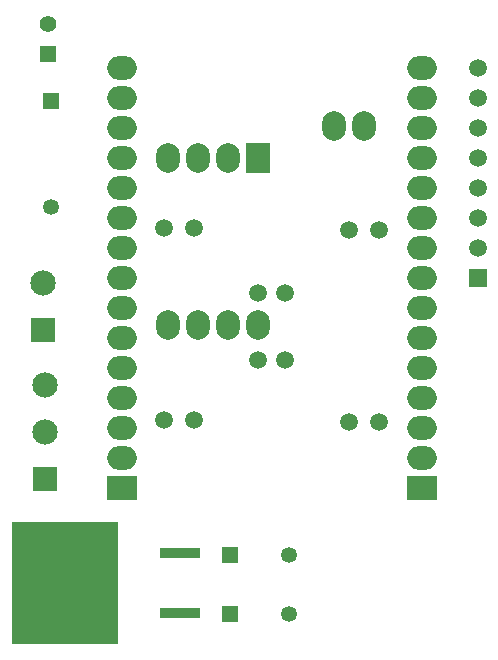
<source format=gbr>
G04*
G04 #@! TF.GenerationSoftware,Altium Limited,Altium Designer,25.4.2 (15)*
G04*
G04 Layer_Color=255*
%FSLAX44Y44*%
%MOMM*%
G71*
G04*
G04 #@! TF.SameCoordinates,0EA34F5E-7CD8-41F1-BF26-68A60DD3863B*
G04*
G04*
G04 #@! TF.FilePolarity,Positive*
G04*
G01*
G75*
%ADD14R,9.0000X10.3500*%
%ADD15R,3.5000X0.9500*%
%ADD33C,1.3500*%
%ADD34R,1.3500X1.3500*%
%ADD35R,2.5000X2.0000*%
%ADD36O,2.5000X2.0000*%
%ADD37R,2.0000X2.5000*%
%ADD38O,2.0000X2.5000*%
%ADD39C,1.5000*%
%ADD40R,1.5000X1.5000*%
%ADD41C,2.1500*%
%ADD42R,2.1500X2.1500*%
%ADD43C,1.4000*%
%ADD44R,1.4000X1.4000*%
%ADD45R,1.3500X1.3500*%
D14*
X58000Y56250D02*
D03*
D15*
X155500Y81650D02*
D03*
Y30850D02*
D03*
D33*
X247750Y30500D02*
D03*
Y79750D02*
D03*
X46250Y374750D02*
D03*
D34*
X197750Y30500D02*
D03*
Y79750D02*
D03*
D35*
X106500Y136700D02*
D03*
X360500D02*
D03*
D36*
X106500Y162100D02*
D03*
Y187500D02*
D03*
Y238300D02*
D03*
Y263700D02*
D03*
Y289100D02*
D03*
Y314500D02*
D03*
Y339900D02*
D03*
Y365300D02*
D03*
Y390700D02*
D03*
Y416100D02*
D03*
Y441500D02*
D03*
Y466900D02*
D03*
Y492300D02*
D03*
Y212900D02*
D03*
X360500Y162100D02*
D03*
Y187500D02*
D03*
Y212900D02*
D03*
Y238300D02*
D03*
Y263700D02*
D03*
Y289100D02*
D03*
Y314500D02*
D03*
Y339900D02*
D03*
Y365300D02*
D03*
Y390700D02*
D03*
Y416100D02*
D03*
Y441500D02*
D03*
Y466900D02*
D03*
Y492300D02*
D03*
D37*
X221250Y416100D02*
D03*
D38*
X195850D02*
D03*
X170450D02*
D03*
X145050D02*
D03*
X221250Y274600D02*
D03*
X195850D02*
D03*
X170450D02*
D03*
X145050D02*
D03*
X310850Y443400D02*
D03*
X285450D02*
D03*
D39*
X221250Y302000D02*
D03*
Y245000D02*
D03*
X407500Y339900D02*
D03*
Y365300D02*
D03*
Y390700D02*
D03*
Y416100D02*
D03*
Y441500D02*
D03*
Y466900D02*
D03*
Y492300D02*
D03*
X141750Y357060D02*
D03*
X167150D02*
D03*
X244000Y245000D02*
D03*
Y302000D02*
D03*
X323500Y192940D02*
D03*
X298100D02*
D03*
Y355500D02*
D03*
X323500D02*
D03*
X167150Y194500D02*
D03*
X141750D02*
D03*
D40*
X407500Y314500D02*
D03*
D41*
X40750Y223850D02*
D03*
Y184250D02*
D03*
X39250Y310500D02*
D03*
D42*
X40750Y144650D02*
D03*
X39250Y270900D02*
D03*
D43*
X43750Y529701D02*
D03*
D44*
Y504300D02*
D03*
D45*
X46250Y464750D02*
D03*
M02*

</source>
